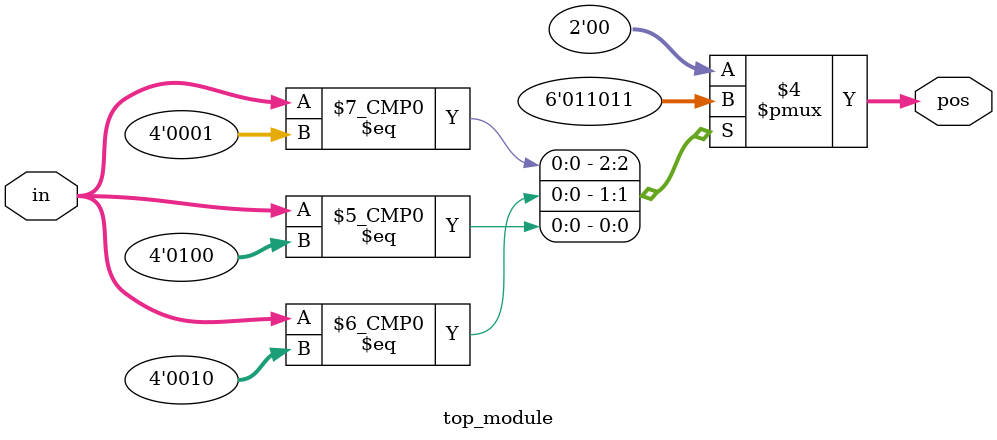
<source format=sv>
module top_module (
    input [3:0] in,
    output reg [1:0] pos
);
    
    always @* begin
        case (in)
            4'b0000: pos = 2'b00;
            4'b0001: pos = 2'b01;
            4'b0010: pos = 2'b10;
            4'b0100: pos = 2'b11;
            4'b1000: pos = 2'b00;
            default: pos = 2'b00;
        endcase
    end
    
endmodule

</source>
